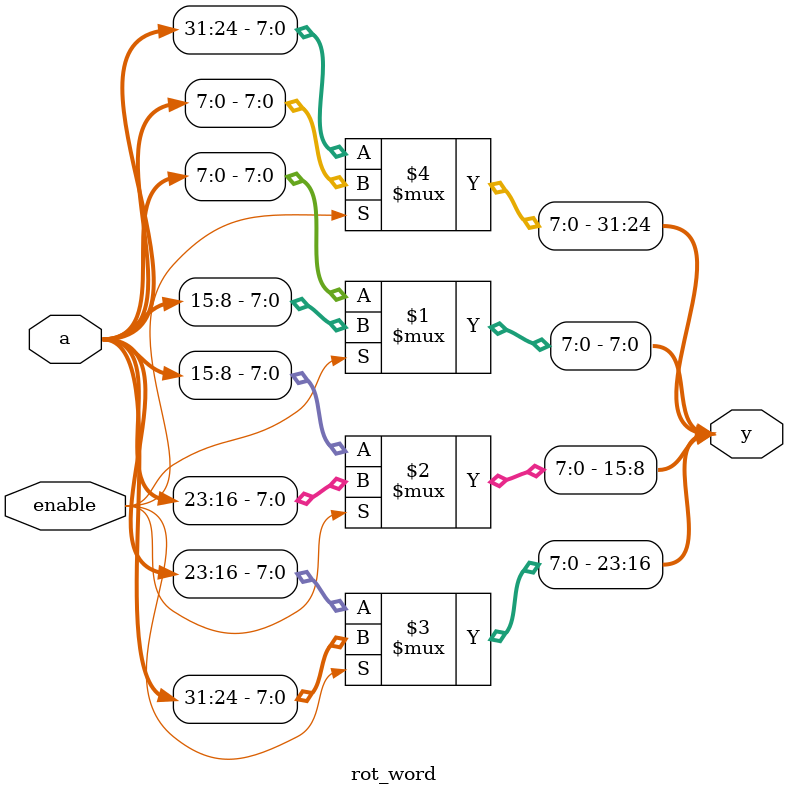
<source format=sv>


module rot_word(
    input   logic           enable,
    input   logic   [31:0]  a,
    output  logic   [31:0]  y
);

    assign y[7:0] = enable ? (a[8:15]) : (a[7:0]);      //a0 <- a1
    assign y[8:15] = enable ? (a[16:23]) : (a[8:15]);   //a1 <- a2
    assign y[16:23] = enable ? (a[24:31]) : (a[16:23]); //a2 <- a3
    assign y[24:31] = enable ? (a[7:0]) : (a[24:31]);   //a3 <- a0
endmodule
</source>
